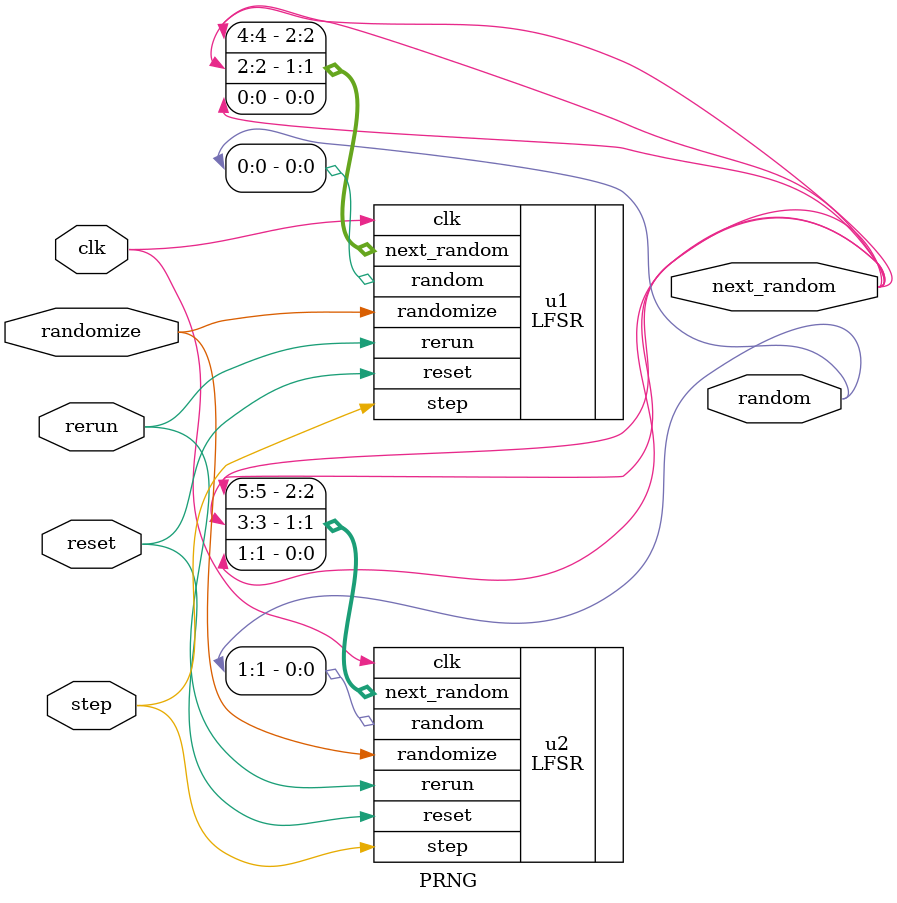
<source format=v>
/* AUTHOR
* Gary Spivey
* David Little
*/

module PRNG (
    output [1:0] random,
    output [5:0] next_random,
    input step, rerun, randomize, clk, reset
  );
  


  LFSR #(.FILL(16'hDEAD)) u1 (
    .random(random[0]),
    .next_random({next_random[4], next_random[2], next_random[0]}),
    .step(step), .rerun(rerun),
    .randomize(randomize),
    .clk(clk), .reset(reset)
  );

  LFSR #(.FILL(16'hBEEF)) u2 (
    .random(random[1]),
    .next_random({next_random[5], next_random[3], next_random[1]}),
    .step(step), .rerun(rerun),
    .randomize(randomize),
    .clk(clk), .reset(reset)
  );
endmodule

</source>
